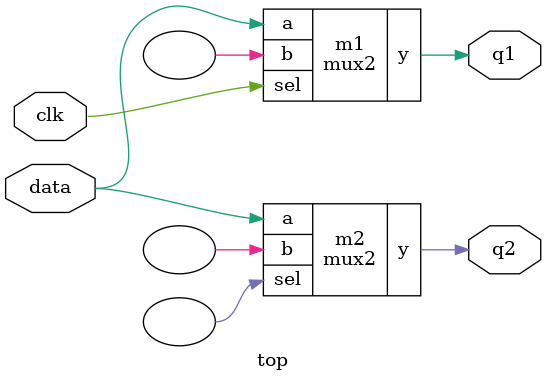
<source format=v>

module buffer_gate(
  input wire in,
  output wire out
);
  assign out = in;
endmodule

module mux2(
  input wire sel,
  input wire a,
  input wire b,
  output wire y
);
  assign y = sel ? a : b;
endmodule

module top(
  input wire clk,
  input wire data,
  output wire q1,
  output wire q2
);

  // Test 1: Empty connection in middle of port list
  buffer_gate buf1(
    .in(data),
    .out()      // ← Should parse: explicitly unconnected output
  );

  // Test 2: Empty connection at end
  mux2 m1(
    .sel(clk),
    .a(data),
    .b(),       // ← Should parse: explicitly unconnected
    .y(q1)
  );

  // Test 3: Multiple empty connections
  mux2 m2(
    .sel(),     // ← Should parse
    .a(data),
    .b(),       // ← Should parse
    .y(q2)
  );

endmodule

</source>
